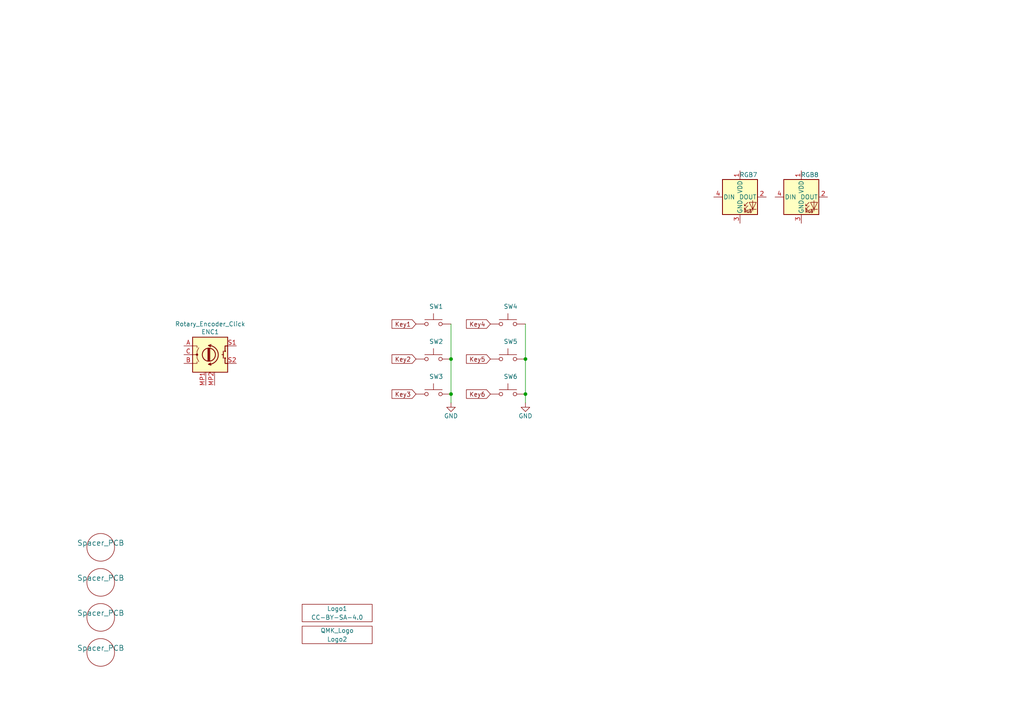
<source format=kicad_sch>
(kicad_sch (version 20211123) (generator eeschema)
  (paper "A4")
  (title_block (title "Little Big Scroll 6 - Front Plate") (date "2022-08-26") (rev "v1.1") (company "Tweety's Wild Thinking") (comment 1 "Markus Knutsson <markus.knutsson@tweety.se>") (comment 2 "https://github.com/TweetyDaBird") (comment 3 "Licensed under Creative Commons BY-SA 4.0 International"))
  (lib_symbols
    (symbol "Keyboard Switches & Encoders:Rotary_Encoder_Click" (pin_names (offset 0.254) hide)
      (property "Reference" "ENC" (at 0 6.604 0))
      (property "Value" "Rotary_Encoder_Click" (at 0 8.89 0))
      (symbol "Rotary_Encoder_Click_0_1"
        (rectangle (start -5.08 5.08) (end 5.08 -5.08) (stroke (width 0.254)) (fill (type background)))
        (circle (center -3.81 0) (radius 0.254) (fill (type outline)))
        (arc (start -0.381 -2.794) (mid 2.3622 -0.0508) (end -0.381 2.667) (stroke (width 0.254)))
        (circle (center -0.381 0) (radius 1.905) (stroke (width 0.254)))
        (polyline (pts (xy -0.635 -1.778) (xy -0.635 1.778)) (stroke (width 0.254)))
        (polyline (pts (xy -0.381 -1.778) (xy -0.381 1.778)) (stroke (width 0.254)))
        (polyline (pts (xy -0.127 1.778) (xy -0.127 -1.778)) (stroke (width 0.254)))
        (polyline (pts (xy 3.81 0) (xy 3.429 0)) (stroke (width 0.254)))
        (polyline (pts (xy 3.81 1.016) (xy 3.81 -1.016)) (stroke (width 0.254)))
        (polyline (pts (xy -5.08 -2.54) (xy -3.81 -2.54) (xy -3.81 -2.032)))
        (polyline (pts (xy -5.08 2.54) (xy -3.81 2.54) (xy -3.81 2.032)))
        (polyline (pts (xy 0.254 -3.048) (xy -0.508 -2.794) (xy 0.127 -2.413)) (stroke (width 0.254)))
        (polyline (pts (xy 0.254 2.921) (xy -0.508 2.667) (xy 0.127 2.286)) (stroke (width 0.254)))
        (polyline (pts (xy 5.08 -2.54) (xy 4.318 -2.54) (xy 4.318 -1.016)) (stroke (width 0.254)))
        (polyline (pts (xy 5.08 2.54) (xy 4.318 2.54) (xy 4.318 1.016)) (stroke (width 0.254)))
        (polyline (pts (xy -5.08 0) (xy -3.81 0) (xy -3.81 -1.016) (xy -3.302 -2.032)))
        (polyline (pts (xy -4.318 0) (xy -3.81 0) (xy -3.81 1.016) (xy -3.302 2.032)))
        (circle (center 4.318 -1.016) (radius 0.127) (stroke (width 0.254)))
        (circle (center 4.318 1.016) (radius 0.127) (stroke (width 0.254)))
      )
      (symbol "Rotary_Encoder_Click_1_1"
        (pin passive line (at -7.62 2.54 0) (length 2.54) (name "A") (number "A"))
        (pin passive line (at -7.62 -2.54 0) (length 2.54) (name "B") (number "B"))
        (pin passive line (at -7.62 0 0) (length 2.54) (name "C") (number "C"))
        (pin power_in line (at -1.27 -8.89 90) (length 3.7084) (name "GND") (number "MP1"))
        (pin power_in line (at 1.27 -8.89 90) (length 3.7592) (name "GND") (number "MP2"))
        (pin passive line (at 7.62 2.54 180) (length 2.54) (name "S1") (number "S1"))
        (pin passive line (at 7.62 -2.54 180) (length 2.54) (name "S2") (number "S2"))
      )
    )
    (symbol "Keyboard Switches & Encoders:SK6812MINI-E" (pin_names (offset 0.254))
      (property "Reference" "RGB" (at 5.08 5.715 0))
      (symbol "SK6812MINI-E_0_0"
        (text "RGB" (at 2.286 -4.191 0) (effects (font (size 0.762 0.762))))
      )
      (symbol "SK6812MINI-E_0_1"
        (polyline (pts (xy 1.27 -3.556) (xy 1.778 -3.556)))
        (polyline (pts (xy 1.27 -2.54) (xy 1.778 -2.54)))
        (polyline (pts (xy 4.699 -3.556) (xy 2.667 -3.556)))
        (polyline (pts (xy 2.286 -2.54) (xy 1.27 -3.556) (xy 1.27 -3.048)))
        (polyline (pts (xy 2.286 -1.524) (xy 1.27 -2.54) (xy 1.27 -2.032)))
        (polyline (pts (xy 3.683 -1.016) (xy 3.683 -3.556) (xy 3.683 -4.064)))
        (polyline (pts (xy 4.699 -1.524) (xy 2.667 -1.524) (xy 3.683 -3.556) (xy 4.699 -1.524)))
        (rectangle (start 5.08 5.08) (end -5.08 -5.08) (stroke (width 0.254)) (fill (type background)))
      )
      (symbol "SK6812MINI-E_1_1"
        (pin power_in line (at 0 7.62 270) (length 2.54) (name "VDD") (number "1"))
        (pin output line (at 7.62 0 180) (length 2.54) (name "DOUT") (number "2"))
        (pin power_in line (at 0 -7.62 90) (length 2.54) (name "GND") (number "3"))
        (pin input line (at -7.62 0 0) (length 2.54) (name "DIN") (number "4"))
      )
    )
    (symbol "Keyboard Switches & Encoders:SW_MX_HS" (pin_numbers hide) (pin_names (offset 1.016) hide)
      (property "Reference" "SW" (at -1.27 5.08 0))
      (property "Value" "SW_MX_HS" (at 0 -1.524 0))
      (symbol "SW_MX_HS_0_1"
        (circle (center -2.032 0) (radius 0.508))
        (polyline (pts (xy 0 1.27) (xy 0 3.048)))
        (polyline (pts (xy 2.54 1.27) (xy -2.54 1.27)))
        (circle (center 2.032 0) (radius 0.508))
        (pin passive line (at -5.08 0 0) (length 2.54) (name "1") (number "1"))
        (pin passive line (at 5.08 0 180) (length 2.54) (name "2") (number "2"))
      )
    )
    (symbol "Keyboard Switches & Encoders:Spacer_PCB" (pin_names (offset 1.016))
      (property "Value" "Spacer_PCB" (at 0 1.27 0))
      (symbol "Spacer_PCB_0_1"
        (circle (center 0 0) (radius 4.0132))
      )
    )
    (symbol "Logotypes:CC-BY-SA-4.0" (pin_names (offset 1.016))
      (property "Reference" "Logo" (at 0 1.27 0))
      (property "Value" "CC-BY-SA-4.0" (at 0 -1.27 0))
      (symbol "CC-BY-SA-4.0_0_1"
        (rectangle (start -10.16 2.54) (end 10.16 -2.54))
      )
    )
    (symbol "Logotypes:QMK_Logo" (pin_numbers hide) (pin_names (offset 0) hide) (in_bom no)
      (property "Reference" "Logo" (at 0 0 0))
      (property "Value" "QMK_Logo" (at 0 2.54 0))
      (symbol "QMK_Logo_0_1"
        (rectangle (start -10.16 3.81) (end 10.16 -1.27))
      )
    )
    (symbol "power:GND" (power) (pin_names (offset 0))
      (property "Value" "GND" (at 0 -3.81 0))
      (symbol "GND_0_1"
        (polyline (pts (xy 0 0) (xy 0 -1.27) (xy 1.27 -1.27) (xy 0 -2.54) (xy -1.27 -1.27) (xy 0 -1.27)))
      )
      (symbol "GND_1_1"
        (pin power_in line (at 0 0 270) (length 0) hide (name "GND") (number "1"))
      )
    )
  )
  (junction (at 130.81 114.3))
  (junction (at 152.4 114.3))
  (junction (at 152.4 104.14))
  (junction (at 130.81 104.14))
  (wire (pts (xy 152.4 93.98) (xy 152.4 104.14)))
  (wire (pts (xy 130.81 93.98) (xy 130.81 104.14)))
  (wire (pts (xy 130.81 104.14) (xy 130.81 114.3)))
  (wire (pts (xy 152.4 104.14) (xy 152.4 114.3)))
  (wire (pts (xy 152.4 114.3) (xy 152.4 116.84)))
  (wire (pts (xy 130.81 114.3) (xy 130.81 116.84)))
  (global_label "Key3" (shape input) (at 120.65 114.3 180) (property "Intersheet References" "${INTERSHEET_REFS}" (effects hide)))
  (global_label "Key6" (shape input) (at 142.24 114.3 180) (property "Intersheet References" "${INTERSHEET_REFS}" (effects hide)))
  (global_label "Key1" (shape input) (at 120.65 93.98 180) (property "Intersheet References" "${INTERSHEET_REFS}" (effects hide)))
  (global_label "Key2" (shape input) (at 120.65 104.14 180) (property "Intersheet References" "${INTERSHEET_REFS}" (effects hide)))
  (global_label "Key4" (shape input) (at 142.24 93.98 180) (property "Intersheet References" "${INTERSHEET_REFS}" (effects hide)))
  (global_label "Key5" (shape input) (at 142.24 104.14 180) (property "Intersheet References" "${INTERSHEET_REFS}" (effects hide)))
  (symbol (lib_id "Keyboard Switches & Encoders:Rotary_Encoder_Click") (at 60.96 102.87 0) (unit 1)
    (property "Reference" "ENC1" (at 60.96 96.266 0))
    (property "Value" "Rotary_Encoder_Click" (at 60.96 93.98 0))
    (property "Footprint" "Keyboard Switches & Encoders:Encoder_Plate_Placeholder" (effects hide))
  )
  (symbol (lib_id "Keyboard Switches & Encoders:SK6812MINI-E") (at 214.63 57.15 0) (unit 1)
    (property "Reference" "RGB7" (at 219.71 51.435 0) (effects (justify right bottom)))
    (property "Value" "SK6812MINI-E" (effects hide))
    (property "Footprint" "Keyboard Switches & Encoders:MINI_E_placeholder" (effects hide))
    (property "Datasheet" "https://cdn-shop.adafruit.com/product-files/2686/SK6812MINI_REV.01-1-2.pdf" (effects hide))
  )
  (symbol (lib_id "Keyboard Switches & Encoders:SK6812MINI-E") (at 232.41 57.15 0) (unit 1)
    (property "Reference" "RGB8" (at 237.49 51.435 0) (effects (justify right bottom)))
    (property "Value" "SK6812MINI-E" (effects hide))
    (property "Footprint" "Keyboard Switches & Encoders:MINI_E_placeholder" (effects hide))
    (property "Datasheet" "https://cdn-shop.adafruit.com/product-files/2686/SK6812MINI_REV.01-1-2.pdf" (effects hide))
  )
  (symbol (lib_id "Keyboard Switches & Encoders:Spacer_PCB") (at 29.21 189.23 0) (unit 1)
    (property "Reference" "H4" (effects hide))
    (property "Value" "Spacer_PCB" (at 29.21 187.96 0) (effects (font (size 1.524 1.524))))
    (property "Footprint" "Keyboard Switches & Encoders:Spacer PCB hole" (effects hide))
  )
  (symbol (lib_id "Keyboard Switches & Encoders:Spacer_PCB") (at 29.21 168.91 0) (unit 1)
    (property "Reference" "H2" (effects hide))
    (property "Value" "Spacer_PCB" (at 29.21 167.64 0) (effects (font (size 1.524 1.524))))
    (property "Footprint" "Keyboard Switches & Encoders:Spacer PCB hole" (effects hide))
  )
  (symbol (lib_id "Keyboard Switches & Encoders:Spacer_PCB") (at 29.21 158.75 0) (unit 1)
    (property "Reference" "H1" (effects hide))
    (property "Value" "Spacer_PCB" (at 29.21 157.48 0) (effects (font (size 1.524 1.524))))
    (property "Footprint" "Keyboard Switches & Encoders:Spacer PCB hole" (effects hide))
  )
  (symbol (lib_id "Keyboard Switches & Encoders:Spacer_PCB") (at 29.21 179.07 0) (unit 1)
    (property "Reference" "H3" (effects hide))
    (property "Value" "Spacer_PCB" (at 29.21 177.8 0) (effects (font (size 1.524 1.524))))
    (property "Footprint" "Keyboard Switches & Encoders:Spacer PCB hole" (effects hide))
  )
  (symbol (lib_id "power:GND") (at 152.4 116.84 0) (unit 1)
    (property "Reference" "#PWR0103" (effects hide))
    (property "Value" "GND" (at 152.4 120.65 0))
  )
  (symbol (lib_id "Logotypes:CC-BY-SA-4.0") (at 97.79 177.8 0) (unit 1)
    (property "Reference" "Logo1" (at 97.79 176.53 0))
    (property "Value" "CC-BY-SA-4.0" (at 97.79 179.07 0))
    (property "Footprint" "Logotypes:CC_BY_SA_40" (effects hide))
  )
  (symbol (lib_id "Keyboard Switches & Encoders:SW_MX_HS") (at 125.73 93.98 0) (unit 1)
    (property "Reference" "SW1" (at 124.46 88.9 0) (effects (justify left)))
    (property "Value" "SW_MX_HS" (effects hide))
    (property "Footprint" "Keyboard Switches & Encoders:SW_MX_Plate_Placeholder" (effects hide))
  )
  (symbol (lib_id "Keyboard Switches & Encoders:SW_MX_HS") (at 125.73 114.3 0) (unit 1)
    (property "Reference" "SW3" (at 124.46 109.22 0) (effects (justify left)))
    (property "Value" "SW_MX_HS" (effects hide))
    (property "Footprint" "Keyboard Switches & Encoders:SW_MX_Plate_Placeholder" (effects hide))
  )
  (symbol (lib_id "Logotypes:QMK_Logo") (at 97.79 185.42 0) (unit 1) (in_bom no)
    (property "Reference" "Logo2" (at 97.79 185.42 0))
    (property "Value" "QMK_Logo" (at 97.79 182.88 0))
    (property "Footprint" "Logotypes:Powered_by_QMK" (effects hide))
  )
  (symbol (lib_id "power:GND") (at 130.81 116.84 0) (unit 1)
    (property "Reference" "#PWR0104" (effects hide))
    (property "Value" "GND" (at 130.81 120.65 0))
  )
  (symbol (lib_id "Keyboard Switches & Encoders:SW_MX_HS") (at 147.32 93.98 0) (unit 1)
    (property "Reference" "SW4" (at 146.05 88.9 0) (effects (justify left)))
    (property "Value" "SW_MX_HS" (effects hide))
    (property "Footprint" "Keyboard Switches & Encoders:SW_MX_Plate_Placeholder" (effects hide))
  )
  (symbol (lib_id "Keyboard Switches & Encoders:SW_MX_HS") (at 125.73 104.14 0) (unit 1)
    (property "Reference" "SW2" (at 124.46 99.06 0) (effects (justify left)))
    (property "Value" "SW_MX_HS" (effects hide))
    (property "Footprint" "Keyboard Switches & Encoders:SW_MX_Plate_Placeholder" (effects hide))
  )
  (symbol (lib_id "Keyboard Switches & Encoders:SW_MX_HS") (at 147.32 104.14 0) (unit 1)
    (property "Reference" "SW5" (at 146.05 99.06 0) (effects (justify left)))
    (property "Value" "SW_MX_HS" (effects hide))
    (property "Footprint" "Keyboard Switches & Encoders:SW_MX_Plate_Placeholder" (effects hide))
  )
  (symbol (lib_id "Keyboard Switches & Encoders:SW_MX_HS") (at 147.32 114.3 0) (unit 1)
    (property "Reference" "SW6" (at 146.05 109.22 0) (effects (justify left)))
    (property "Value" "SW_MX_HS" (effects hide))
    (property "Footprint" "Keyboard Switches & Encoders:SW_MX_Plate_Placeholder" (effects hide))
  )
)
</source>
